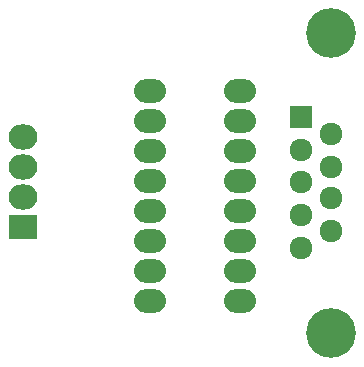
<source format=gbr>
G04 #@! TF.FileFunction,Soldermask,Bot*
%FSLAX46Y46*%
G04 Gerber Fmt 4.6, Leading zero omitted, Abs format (unit mm)*
G04 Created by KiCad (PCBNEW 201611211049+7371~55~ubuntu16.10.1-product) date Thu Dec 29 13:08:53 2016*
%MOMM*%
%LPD*%
G01*
G04 APERTURE LIST*
%ADD10C,0.100000*%
%ADD11C,4.210000*%
%ADD12R,1.924000X1.924000*%
%ADD13C,1.924000*%
%ADD14R,2.432000X2.127200*%
%ADD15O,2.432000X2.127200*%
%ADD16O,2.700000X2.000000*%
G04 APERTURE END LIST*
D10*
D11*
X153543000Y-100330000D03*
X153543000Y-74930000D03*
D12*
X151003000Y-82042000D03*
D13*
X151003000Y-84836000D03*
X151003000Y-87503000D03*
X151003000Y-90297000D03*
X151003000Y-93091000D03*
X153543000Y-83439000D03*
X153543000Y-86233000D03*
X153543000Y-88900000D03*
X153543000Y-91694000D03*
D14*
X127508000Y-91313000D03*
D15*
X127508000Y-88773000D03*
X127508000Y-86233000D03*
X127508000Y-83693000D03*
D16*
X138271250Y-79787750D03*
X138271250Y-82327750D03*
X138271250Y-84867750D03*
X138271250Y-87407750D03*
X138271250Y-89947750D03*
X138271250Y-92487750D03*
X138271250Y-95027750D03*
X138271250Y-97567750D03*
X145891250Y-97567750D03*
X145891250Y-95027750D03*
X145891250Y-92487750D03*
X145891250Y-89947750D03*
X145891250Y-87407750D03*
X145891250Y-84867750D03*
X145891250Y-82327750D03*
X145891250Y-79787750D03*
M02*

</source>
